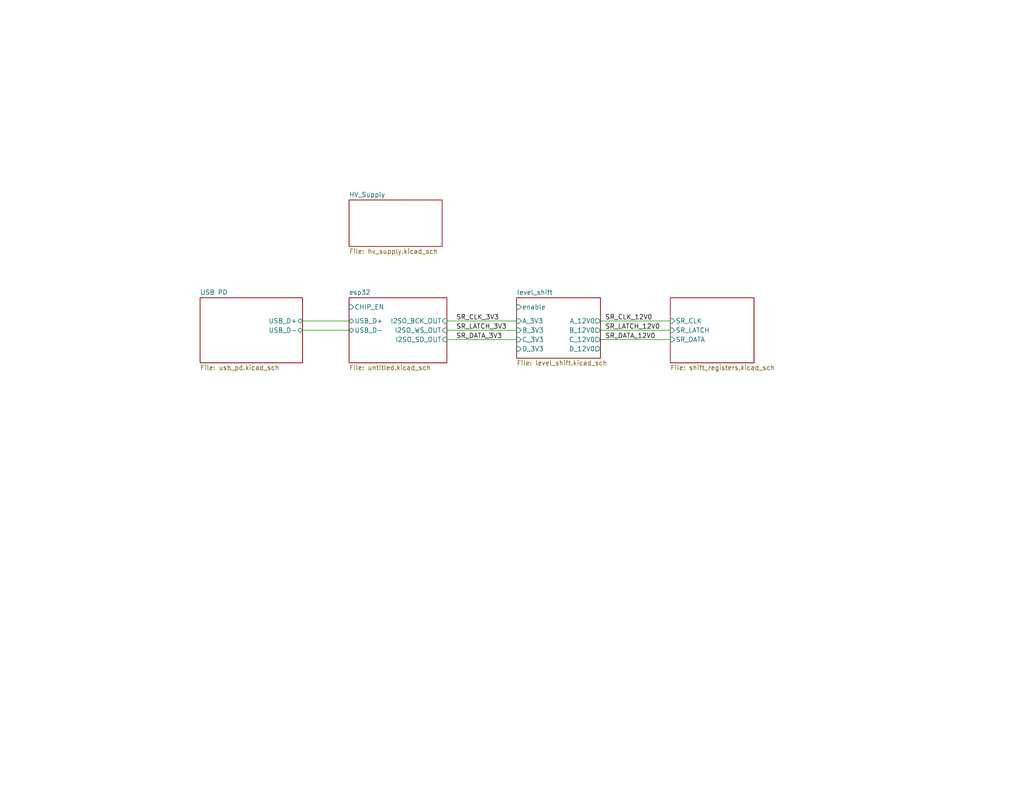
<source format=kicad_sch>
(kicad_sch (version 20230121) (generator eeschema)
  (paper "USLetter")
  (lib_symbols)
  (wire (pts (xy 82.55 90.17) (xy 95.25 90.17)))
  (wire (pts (xy 163.83 92.71) (xy 182.88 92.71)))
  (wire (pts (xy 121.92 90.17) (xy 140.97 90.17)))
  (wire (pts (xy 163.83 87.63) (xy 182.88 87.63)))
  (wire (pts (xy 163.83 90.17) (xy 182.88 90.17)))
  (wire (pts (xy 121.92 87.63) (xy 140.97 87.63)))
  (wire (pts (xy 82.55 87.63) (xy 95.25 87.63)))
  (wire (pts (xy 121.92 92.71) (xy 140.97 92.71)))
  (label "SR_DATA_3V3" (at 124.46 92.71 0))
  (label "SR_LATCH_3V3" (at 124.46 90.17 0))
  (label "SR_CLK_12V0" (at 165.1 87.63 0))
  (label "SR_LATCH_12V0" (at 165.1 90.17 0))
  (label "SR_CLK_3V3" (at 124.46 87.63 0))
  (label "SR_DATA_12V0" (at 165.1 92.71 0))
  (sheet (at 95.25 81.28) (size 26.67 17.78) (stroke (width 0.1524))
    (property "Sheetname" "esp32" (at 95.25 80.5684 0) (effects (justify left bottom)))
    (property "Sheetfile" "untitled.kicad_sch" (at 95.25 99.6446 0) (effects (justify left top)))
    (pin "CHIP_EN" input (at 95.25 83.82 180))
    (pin "I2SO_BCK_OUT" input (at 121.92 87.63 0))
    (pin "I2SO_WS_OUT" input (at 121.92 90.17 0))
    (pin "I2SO_SD_OUT" input (at 121.92 92.71 0))
    (pin "USB_D+" bidirectional (at 95.25 87.63 180))
    (pin "USB_D-" bidirectional (at 95.25 90.17 180))
  )
  (sheet (at 140.97 81.28) (size 22.86 16.51) (stroke (width 0.1524))
    (property "Sheetname" "level_shift" (at 140.97 80.5684 0) (effects (justify left bottom)))
    (property "Sheetfile" "level_shift.kicad_sch" (at 140.97 98.3746 0) (effects (justify left top)))
    (pin "B_3V3" input (at 140.97 90.17 180))
    (pin "C_12V0" output (at 163.83 92.71 0))
    (pin "D_12V0" output (at 163.83 95.25 0))
    (pin "B_12V0" output (at 163.83 90.17 0))
    (pin "A_12V0" output (at 163.83 87.63 0))
    (pin "D_3V3" input (at 140.97 95.25 180))
    (pin "enable" input (at 140.97 83.82 180))
    (pin "A_3V3" input (at 140.97 87.63 180))
    (pin "C_3V3" input (at 140.97 92.71 180))
  )
  (sheet (at 182.88 81.28) (size 22.86 17.78) (stroke (width 0.1524))
    (property "Sheetname" "shift_registers" (effects hide))
    (property "Sheetfile" "shift_registers.kicad_sch" (at 182.88 99.6446 0) (effects (justify left top)))
    (pin "SR_CLK" input (at 182.88 87.63 180))
    (pin "SR_LATCH" input (at 182.88 90.17 180))
    (pin "SR_DATA" input (at 182.88 92.71 180))
  )
  (sheet (at 95.25 54.61) (size 25.4 12.7) (stroke (width 0.1524))
    (property "Sheetname" "HV_Supply" (at 95.25 53.8984 0) (effects (justify left bottom)))
    (property "Sheetfile" "hv_supply.kicad_sch" (at 95.25 67.8946 0) (effects (justify left top)))
  )
  (sheet (at 54.61 81.28) (size 27.94 17.78) (stroke (width 0.1524))
    (property "Sheetname" "USB PD" (at 54.61 80.5684 0) (effects (justify left bottom)))
    (property "Sheetfile" "usb_pd.kicad_sch" (at 54.61 99.6446 0) (effects (justify left top)))
    (pin "USB_D+" bidirectional (at 82.55 87.63 0))
    (pin "USB_D-" bidirectional (at 82.55 90.17 0))
  )
)
</source>
